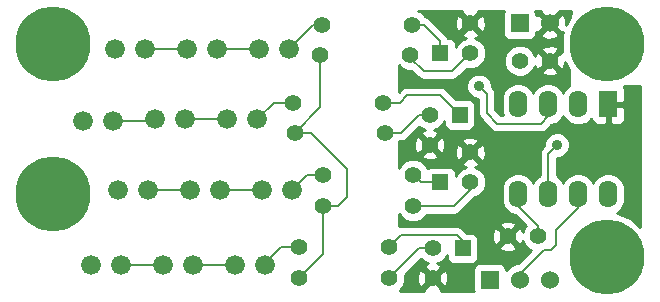
<source format=gbl>
G04 (created by PCBNEW-RS274X (2011-05-25)-stable) date Wed 26 Dec 2012 09:03:40 PM EST*
G01*
G70*
G90*
%MOIN*%
G04 Gerber Fmt 3.4, Leading zero omitted, Abs format*
%FSLAX34Y34*%
G04 APERTURE LIST*
%ADD10C,0.006000*%
%ADD11C,0.250000*%
%ADD12R,0.055000X0.055000*%
%ADD13C,0.055000*%
%ADD14R,0.062000X0.090000*%
%ADD15O,0.062000X0.090000*%
%ADD16R,0.060000X0.060000*%
%ADD17C,0.060000*%
%ADD18C,0.066000*%
%ADD19C,0.035000*%
%ADD20C,0.008000*%
%ADD21C,0.010000*%
G04 APERTURE END LIST*
G54D10*
G54D11*
X64250Y-32400D03*
X64250Y-27400D03*
X82700Y-27400D03*
X82700Y-34500D03*
G54D12*
X77900Y-34200D03*
G54D13*
X76900Y-34200D03*
X76900Y-35200D03*
G54D12*
X77150Y-32000D03*
G54D13*
X78150Y-32000D03*
X78150Y-31000D03*
G54D12*
X77800Y-29750D03*
G54D13*
X76800Y-29750D03*
X76800Y-30750D03*
G54D12*
X77150Y-27700D03*
G54D13*
X78150Y-27700D03*
X78150Y-26700D03*
X80400Y-33800D03*
X79400Y-33800D03*
X79800Y-27950D03*
X80800Y-27950D03*
G54D14*
X82750Y-29400D03*
G54D15*
X81750Y-29400D03*
X80750Y-29400D03*
X79750Y-29400D03*
X79750Y-32400D03*
X80750Y-32400D03*
X81750Y-32400D03*
X82750Y-32400D03*
G54D16*
X79800Y-26700D03*
G54D17*
X80800Y-26700D03*
G54D16*
X78800Y-35250D03*
G54D17*
X79800Y-35250D03*
X80800Y-35250D03*
G54D13*
X76150Y-27750D03*
X73150Y-27750D03*
X75300Y-30350D03*
X72300Y-30350D03*
X76250Y-32800D03*
X73250Y-32800D03*
X75450Y-35200D03*
X72450Y-35200D03*
X73200Y-26750D03*
X76200Y-26750D03*
X72250Y-29350D03*
X75250Y-29350D03*
X73250Y-31750D03*
X76250Y-31750D03*
X72450Y-34150D03*
X75450Y-34150D03*
G54D18*
X66400Y-32250D03*
X67400Y-32250D03*
X70300Y-34750D03*
X71300Y-34750D03*
X67900Y-34750D03*
X68900Y-34750D03*
X65500Y-34750D03*
X66500Y-34750D03*
X71200Y-32250D03*
X72200Y-32250D03*
X68800Y-32250D03*
X69800Y-32250D03*
X70050Y-29900D03*
X71050Y-29900D03*
X67650Y-29900D03*
X68650Y-29900D03*
X65250Y-29950D03*
X66250Y-29950D03*
X71100Y-27550D03*
X72100Y-27550D03*
X68700Y-27550D03*
X69700Y-27550D03*
X66300Y-27550D03*
X67300Y-27550D03*
G54D19*
X78450Y-28800D03*
X81050Y-30750D03*
G54D20*
X67400Y-32250D02*
X68800Y-32250D01*
X66500Y-34750D02*
X67900Y-34750D01*
X68900Y-34750D02*
X70300Y-34750D01*
X71300Y-34750D02*
X71300Y-34700D01*
X71850Y-34150D02*
X72450Y-34150D01*
X71300Y-34700D02*
X71850Y-34150D01*
X72250Y-29350D02*
X71600Y-29350D01*
X71600Y-29350D02*
X71050Y-29900D01*
X68650Y-29900D02*
X70050Y-29900D01*
X66250Y-29950D02*
X67600Y-29950D01*
X67600Y-29950D02*
X67650Y-29900D01*
X76250Y-32800D02*
X77600Y-32800D01*
X78150Y-32250D02*
X78150Y-32000D01*
X77600Y-32800D02*
X78150Y-32250D01*
X76150Y-27750D02*
X76150Y-27850D01*
X77550Y-28300D02*
X78150Y-27700D01*
X76600Y-28300D02*
X77550Y-28300D01*
X76150Y-27850D02*
X76600Y-28300D01*
X69800Y-32250D02*
X71200Y-32250D01*
X73250Y-31750D02*
X72700Y-31750D01*
X72700Y-31750D02*
X72200Y-32250D01*
X80400Y-33800D02*
X80400Y-33450D01*
X79750Y-32800D02*
X79750Y-32400D01*
X80400Y-33450D02*
X79750Y-32800D01*
X80750Y-29400D02*
X80750Y-29800D01*
X78700Y-29050D02*
X78450Y-28800D01*
X78700Y-29700D02*
X78700Y-29050D01*
X79050Y-30050D02*
X78700Y-29700D01*
X80500Y-30050D02*
X79050Y-30050D01*
X80750Y-29800D02*
X80500Y-30050D01*
X73250Y-32800D02*
X73250Y-34400D01*
X73250Y-34400D02*
X72450Y-35200D01*
X73250Y-32800D02*
X73750Y-32800D01*
X72850Y-30350D02*
X72300Y-30350D01*
X74050Y-31550D02*
X72850Y-30350D01*
X74050Y-32500D02*
X74050Y-31550D01*
X73750Y-32800D02*
X74050Y-32500D01*
X73150Y-27750D02*
X73150Y-29500D01*
X73150Y-29500D02*
X72300Y-30350D01*
X79800Y-35250D02*
X79800Y-35050D01*
X81750Y-32850D02*
X81750Y-32400D01*
X81000Y-33600D02*
X81750Y-32850D01*
X81000Y-34100D02*
X81000Y-33600D01*
X80850Y-34250D02*
X81000Y-34100D01*
X80600Y-34250D02*
X80850Y-34250D01*
X79800Y-35050D02*
X80600Y-34250D01*
X77900Y-34200D02*
X77900Y-33950D01*
X75850Y-33750D02*
X75450Y-34150D01*
X77700Y-33750D02*
X75850Y-33750D01*
X77900Y-33950D02*
X77700Y-33750D01*
X67300Y-27550D02*
X68700Y-27550D01*
X69700Y-27550D02*
X71100Y-27550D01*
X73200Y-26750D02*
X72900Y-26750D01*
X72900Y-26750D02*
X72100Y-27550D01*
X76900Y-34200D02*
X76450Y-34200D01*
X76450Y-34200D02*
X75450Y-35200D01*
X77150Y-32000D02*
X76500Y-32000D01*
X76500Y-32000D02*
X76250Y-31750D01*
X76800Y-29750D02*
X76450Y-29750D01*
X75850Y-30350D02*
X75300Y-30350D01*
X76450Y-29750D02*
X75850Y-30350D01*
X75250Y-29350D02*
X75800Y-29350D01*
X77150Y-29100D02*
X77800Y-29750D01*
X76050Y-29100D02*
X77150Y-29100D01*
X75800Y-29350D02*
X76050Y-29100D01*
X76200Y-26750D02*
X76600Y-26750D01*
X77150Y-27300D02*
X77150Y-27700D01*
X76600Y-26750D02*
X77150Y-27300D01*
X80750Y-31050D02*
X80750Y-32400D01*
X81050Y-30750D02*
X80750Y-31050D01*
G54D10*
G36*
X83825Y-33504D02*
X83551Y-33229D01*
X83310Y-33129D01*
X83310Y-29512D01*
X83248Y-29450D01*
X82800Y-29450D01*
X82800Y-30038D01*
X82862Y-30100D01*
X83109Y-30099D01*
X83201Y-30061D01*
X83271Y-29991D01*
X83309Y-29900D01*
X83309Y-29801D01*
X83310Y-29512D01*
X83310Y-33129D01*
X83051Y-33022D01*
X83061Y-33018D01*
X83215Y-32864D01*
X83299Y-32662D01*
X83299Y-32444D01*
X83299Y-32138D01*
X83215Y-31936D01*
X83061Y-31782D01*
X82859Y-31698D01*
X82641Y-31698D01*
X82439Y-31782D01*
X82285Y-31936D01*
X82250Y-32020D01*
X82215Y-31936D01*
X82061Y-31782D01*
X81859Y-31698D01*
X81641Y-31698D01*
X81439Y-31782D01*
X81285Y-31936D01*
X81250Y-32020D01*
X81215Y-31936D01*
X81061Y-31782D01*
X81040Y-31773D01*
X81040Y-31175D01*
X81134Y-31175D01*
X81290Y-31111D01*
X81410Y-30991D01*
X81475Y-30835D01*
X81475Y-30666D01*
X81411Y-30510D01*
X81291Y-30390D01*
X81135Y-30325D01*
X80966Y-30325D01*
X80810Y-30389D01*
X80690Y-30509D01*
X80625Y-30665D01*
X80625Y-30765D01*
X80545Y-30845D01*
X80482Y-30939D01*
X80460Y-31050D01*
X80460Y-31773D01*
X80439Y-31782D01*
X80285Y-31936D01*
X80250Y-32020D01*
X80215Y-31936D01*
X80061Y-31782D01*
X79859Y-31698D01*
X79641Y-31698D01*
X79439Y-31782D01*
X79285Y-31936D01*
X79201Y-32138D01*
X79201Y-32356D01*
X79201Y-32662D01*
X79285Y-32864D01*
X79439Y-33018D01*
X79641Y-33102D01*
X79642Y-33102D01*
X79998Y-33458D01*
X79955Y-33502D01*
X79896Y-33642D01*
X79852Y-33533D01*
X79761Y-33510D01*
X79690Y-33581D01*
X79690Y-33439D01*
X79667Y-33348D01*
X79474Y-33281D01*
X79270Y-33292D01*
X79133Y-33348D01*
X79110Y-33439D01*
X79400Y-33729D01*
X79690Y-33439D01*
X79690Y-33581D01*
X79471Y-33800D01*
X79761Y-34090D01*
X79852Y-34067D01*
X79893Y-33948D01*
X79955Y-34097D01*
X80102Y-34245D01*
X80167Y-34272D01*
X79739Y-34701D01*
X79691Y-34701D01*
X79690Y-34701D01*
X79690Y-34161D01*
X79400Y-33871D01*
X79329Y-33942D01*
X79329Y-33800D01*
X79039Y-33510D01*
X78948Y-33533D01*
X78881Y-33726D01*
X78892Y-33930D01*
X78948Y-34067D01*
X79039Y-34090D01*
X79329Y-33800D01*
X79329Y-33942D01*
X79110Y-34161D01*
X79133Y-34252D01*
X79326Y-34319D01*
X79530Y-34308D01*
X79667Y-34252D01*
X79690Y-34161D01*
X79690Y-34701D01*
X79489Y-34785D01*
X79349Y-34925D01*
X79349Y-34901D01*
X79311Y-34809D01*
X79241Y-34739D01*
X79150Y-34701D01*
X79051Y-34701D01*
X78451Y-34701D01*
X78359Y-34739D01*
X78289Y-34809D01*
X78251Y-34900D01*
X78251Y-34999D01*
X78251Y-35599D01*
X78261Y-35625D01*
X77419Y-35625D01*
X77419Y-35274D01*
X77408Y-35070D01*
X77352Y-34933D01*
X77261Y-34910D01*
X76971Y-35200D01*
X77261Y-35490D01*
X77352Y-35467D01*
X77419Y-35274D01*
X77419Y-35625D01*
X77173Y-35625D01*
X77190Y-35561D01*
X76900Y-35271D01*
X76829Y-35342D01*
X76829Y-35200D01*
X76539Y-34910D01*
X76448Y-34933D01*
X76381Y-35126D01*
X76392Y-35330D01*
X76448Y-35467D01*
X76539Y-35490D01*
X76829Y-35200D01*
X76829Y-35342D01*
X76610Y-35561D01*
X76626Y-35625D01*
X75798Y-35625D01*
X75798Y-35593D01*
X75895Y-35498D01*
X75975Y-35305D01*
X75975Y-35096D01*
X75971Y-35088D01*
X76508Y-34551D01*
X76602Y-34645D01*
X76742Y-34703D01*
X76633Y-34748D01*
X76610Y-34839D01*
X76900Y-35129D01*
X77190Y-34839D01*
X77167Y-34748D01*
X77048Y-34706D01*
X77197Y-34645D01*
X77345Y-34498D01*
X77376Y-34423D01*
X77376Y-34524D01*
X77414Y-34616D01*
X77484Y-34686D01*
X77575Y-34724D01*
X77674Y-34724D01*
X78224Y-34724D01*
X78316Y-34686D01*
X78386Y-34616D01*
X78424Y-34525D01*
X78424Y-34426D01*
X78424Y-33876D01*
X78386Y-33784D01*
X78316Y-33714D01*
X78225Y-33676D01*
X78126Y-33676D01*
X78036Y-33676D01*
X77905Y-33545D01*
X77811Y-33482D01*
X77700Y-33460D01*
X75850Y-33460D01*
X75787Y-33472D01*
X75785Y-33050D01*
X75805Y-33097D01*
X75952Y-33245D01*
X76145Y-33325D01*
X76354Y-33325D01*
X76547Y-33245D01*
X76695Y-33098D01*
X76698Y-33090D01*
X77600Y-33090D01*
X77711Y-33068D01*
X77805Y-33005D01*
X78306Y-32503D01*
X78447Y-32445D01*
X78595Y-32298D01*
X78675Y-32105D01*
X78675Y-31896D01*
X78669Y-31881D01*
X78669Y-31074D01*
X78658Y-30870D01*
X78602Y-30733D01*
X78511Y-30710D01*
X78440Y-30781D01*
X78440Y-30639D01*
X78417Y-30548D01*
X78224Y-30481D01*
X78020Y-30492D01*
X77883Y-30548D01*
X77860Y-30639D01*
X78150Y-30929D01*
X78440Y-30639D01*
X78440Y-30781D01*
X78221Y-31000D01*
X78511Y-31290D01*
X78602Y-31267D01*
X78669Y-31074D01*
X78669Y-31881D01*
X78595Y-31703D01*
X78448Y-31555D01*
X78307Y-31496D01*
X78417Y-31452D01*
X78440Y-31361D01*
X78150Y-31071D01*
X78079Y-31142D01*
X78079Y-31000D01*
X77789Y-30710D01*
X77698Y-30733D01*
X77631Y-30926D01*
X77642Y-31130D01*
X77698Y-31267D01*
X77789Y-31290D01*
X78079Y-31000D01*
X78079Y-31142D01*
X77860Y-31361D01*
X77883Y-31452D01*
X78001Y-31493D01*
X77853Y-31555D01*
X77705Y-31702D01*
X77674Y-31776D01*
X77674Y-31676D01*
X77636Y-31584D01*
X77566Y-31514D01*
X77475Y-31476D01*
X77376Y-31476D01*
X77319Y-31476D01*
X77319Y-30824D01*
X77308Y-30620D01*
X77252Y-30483D01*
X77161Y-30460D01*
X76871Y-30750D01*
X77161Y-31040D01*
X77252Y-31017D01*
X77319Y-30824D01*
X77319Y-31476D01*
X77090Y-31476D01*
X77090Y-31111D01*
X76800Y-30821D01*
X76729Y-30892D01*
X76729Y-30750D01*
X76439Y-30460D01*
X76348Y-30483D01*
X76281Y-30676D01*
X76292Y-30880D01*
X76348Y-31017D01*
X76439Y-31040D01*
X76729Y-30750D01*
X76729Y-30892D01*
X76510Y-31111D01*
X76533Y-31202D01*
X76726Y-31269D01*
X76930Y-31258D01*
X77067Y-31202D01*
X77090Y-31111D01*
X77090Y-31476D01*
X76826Y-31476D01*
X76734Y-31514D01*
X76724Y-31523D01*
X76695Y-31453D01*
X76548Y-31305D01*
X76355Y-31225D01*
X76146Y-31225D01*
X75953Y-31305D01*
X75805Y-31452D01*
X75778Y-31517D01*
X75773Y-30640D01*
X75850Y-30640D01*
X75961Y-30618D01*
X76055Y-30555D01*
X76458Y-30151D01*
X76502Y-30195D01*
X76642Y-30253D01*
X76533Y-30298D01*
X76510Y-30389D01*
X76800Y-30679D01*
X77090Y-30389D01*
X77067Y-30298D01*
X76948Y-30256D01*
X77097Y-30195D01*
X77245Y-30048D01*
X77276Y-29973D01*
X77276Y-30074D01*
X77314Y-30166D01*
X77384Y-30236D01*
X77475Y-30274D01*
X77574Y-30274D01*
X78124Y-30274D01*
X78216Y-30236D01*
X78286Y-30166D01*
X78324Y-30075D01*
X78324Y-29976D01*
X78324Y-29426D01*
X78286Y-29334D01*
X78216Y-29264D01*
X78125Y-29226D01*
X78026Y-29226D01*
X77686Y-29226D01*
X77355Y-28895D01*
X77261Y-28832D01*
X77150Y-28810D01*
X76050Y-28810D01*
X75939Y-28832D01*
X75845Y-28895D01*
X75765Y-28974D01*
X75760Y-28103D01*
X75852Y-28195D01*
X76045Y-28275D01*
X76165Y-28275D01*
X76395Y-28505D01*
X76489Y-28568D01*
X76600Y-28590D01*
X77550Y-28590D01*
X77661Y-28568D01*
X77755Y-28505D01*
X78037Y-28222D01*
X78045Y-28225D01*
X78254Y-28225D01*
X78447Y-28145D01*
X78595Y-27998D01*
X78675Y-27805D01*
X78675Y-27596D01*
X78669Y-27581D01*
X78669Y-26774D01*
X78658Y-26570D01*
X78602Y-26433D01*
X78511Y-26410D01*
X78221Y-26700D01*
X78511Y-26990D01*
X78602Y-26967D01*
X78669Y-26774D01*
X78669Y-27581D01*
X78595Y-27403D01*
X78448Y-27255D01*
X78307Y-27196D01*
X78417Y-27152D01*
X78440Y-27061D01*
X78150Y-26771D01*
X78079Y-26842D01*
X78079Y-26700D01*
X77789Y-26410D01*
X77698Y-26433D01*
X77631Y-26626D01*
X77642Y-26830D01*
X77698Y-26967D01*
X77789Y-26990D01*
X78079Y-26700D01*
X78079Y-26842D01*
X77860Y-27061D01*
X77883Y-27152D01*
X78001Y-27193D01*
X77853Y-27255D01*
X77705Y-27402D01*
X77674Y-27476D01*
X77674Y-27376D01*
X77636Y-27284D01*
X77566Y-27214D01*
X77475Y-27176D01*
X77409Y-27176D01*
X77355Y-27095D01*
X77354Y-27094D01*
X76805Y-26545D01*
X76711Y-26482D01*
X76652Y-26470D01*
X76645Y-26453D01*
X76498Y-26305D01*
X76425Y-26275D01*
X77876Y-26275D01*
X77860Y-26339D01*
X78150Y-26629D01*
X78440Y-26339D01*
X78423Y-26275D01*
X79282Y-26275D01*
X79251Y-26350D01*
X79251Y-26449D01*
X79251Y-27049D01*
X79289Y-27141D01*
X79359Y-27211D01*
X79450Y-27249D01*
X79549Y-27249D01*
X80149Y-27249D01*
X80241Y-27211D01*
X80311Y-27141D01*
X80349Y-27050D01*
X80349Y-26987D01*
X80422Y-27008D01*
X80729Y-26700D01*
X80422Y-26392D01*
X80349Y-26412D01*
X80349Y-26351D01*
X80317Y-26275D01*
X80505Y-26275D01*
X80492Y-26322D01*
X80800Y-26629D01*
X81108Y-26322D01*
X81094Y-26275D01*
X81494Y-26275D01*
X81490Y-26488D01*
X81429Y-26549D01*
X81341Y-26759D01*
X81332Y-26566D01*
X81272Y-26419D01*
X81178Y-26392D01*
X80871Y-26700D01*
X81178Y-27008D01*
X81247Y-26988D01*
X81201Y-27100D01*
X81200Y-27669D01*
X81161Y-27660D01*
X81108Y-27713D01*
X81108Y-27078D01*
X80800Y-26771D01*
X80492Y-27078D01*
X80519Y-27172D01*
X80721Y-27243D01*
X80934Y-27232D01*
X81081Y-27172D01*
X81108Y-27078D01*
X81108Y-27713D01*
X81090Y-27731D01*
X81090Y-27589D01*
X81067Y-27498D01*
X80874Y-27431D01*
X80670Y-27442D01*
X80533Y-27498D01*
X80510Y-27589D01*
X80800Y-27879D01*
X81090Y-27589D01*
X81090Y-27731D01*
X80871Y-27950D01*
X81161Y-28240D01*
X81252Y-28217D01*
X81319Y-28024D01*
X81316Y-27978D01*
X81428Y-28248D01*
X81458Y-28278D01*
X81449Y-28777D01*
X81439Y-28782D01*
X81285Y-28936D01*
X81250Y-29020D01*
X81215Y-28936D01*
X81090Y-28811D01*
X81090Y-28311D01*
X80800Y-28021D01*
X80729Y-28092D01*
X80729Y-27950D01*
X80439Y-27660D01*
X80348Y-27683D01*
X80306Y-27801D01*
X80245Y-27653D01*
X80098Y-27505D01*
X79905Y-27425D01*
X79696Y-27425D01*
X79503Y-27505D01*
X79355Y-27652D01*
X79275Y-27845D01*
X79275Y-28054D01*
X79355Y-28247D01*
X79502Y-28395D01*
X79695Y-28475D01*
X79904Y-28475D01*
X80097Y-28395D01*
X80245Y-28248D01*
X80303Y-28107D01*
X80348Y-28217D01*
X80439Y-28240D01*
X80729Y-27950D01*
X80729Y-28092D01*
X80510Y-28311D01*
X80533Y-28402D01*
X80726Y-28469D01*
X80930Y-28458D01*
X81067Y-28402D01*
X81090Y-28311D01*
X81090Y-28811D01*
X81061Y-28782D01*
X80859Y-28698D01*
X80641Y-28698D01*
X80439Y-28782D01*
X80285Y-28936D01*
X80250Y-29020D01*
X80215Y-28936D01*
X80061Y-28782D01*
X79859Y-28698D01*
X79641Y-28698D01*
X79439Y-28782D01*
X79285Y-28936D01*
X79201Y-29138D01*
X79201Y-29356D01*
X79201Y-29662D01*
X79241Y-29760D01*
X79170Y-29760D01*
X78990Y-29580D01*
X78990Y-29050D01*
X78968Y-28939D01*
X78905Y-28845D01*
X78875Y-28815D01*
X78875Y-28716D01*
X78811Y-28560D01*
X78691Y-28440D01*
X78535Y-28375D01*
X78366Y-28375D01*
X78210Y-28439D01*
X78090Y-28559D01*
X78025Y-28715D01*
X78025Y-28884D01*
X78089Y-29040D01*
X78209Y-29160D01*
X78365Y-29225D01*
X78410Y-29225D01*
X78410Y-29700D01*
X78432Y-29811D01*
X78495Y-29905D01*
X78844Y-30254D01*
X78845Y-30255D01*
X78938Y-30317D01*
X78939Y-30318D01*
X79049Y-30339D01*
X79050Y-30340D01*
X80500Y-30340D01*
X80611Y-30318D01*
X80705Y-30255D01*
X80858Y-30102D01*
X80859Y-30102D01*
X81061Y-30018D01*
X81215Y-29864D01*
X81250Y-29779D01*
X81285Y-29864D01*
X81439Y-30018D01*
X81641Y-30102D01*
X81859Y-30102D01*
X82061Y-30018D01*
X82191Y-29888D01*
X82191Y-29900D01*
X82229Y-29991D01*
X82299Y-30061D01*
X82391Y-30099D01*
X82638Y-30100D01*
X82700Y-30038D01*
X82700Y-29500D01*
X82700Y-29450D01*
X82700Y-29350D01*
X82800Y-29350D01*
X82850Y-29350D01*
X83248Y-29350D01*
X83310Y-29288D01*
X83309Y-28999D01*
X83309Y-28900D01*
X83271Y-28809D01*
X83262Y-28800D01*
X83825Y-28800D01*
X83825Y-33504D01*
X83825Y-33504D01*
G37*
G54D21*
X83825Y-33504D02*
X83551Y-33229D01*
X83310Y-33129D01*
X83310Y-29512D01*
X83248Y-29450D01*
X82800Y-29450D01*
X82800Y-30038D01*
X82862Y-30100D01*
X83109Y-30099D01*
X83201Y-30061D01*
X83271Y-29991D01*
X83309Y-29900D01*
X83309Y-29801D01*
X83310Y-29512D01*
X83310Y-33129D01*
X83051Y-33022D01*
X83061Y-33018D01*
X83215Y-32864D01*
X83299Y-32662D01*
X83299Y-32444D01*
X83299Y-32138D01*
X83215Y-31936D01*
X83061Y-31782D01*
X82859Y-31698D01*
X82641Y-31698D01*
X82439Y-31782D01*
X82285Y-31936D01*
X82250Y-32020D01*
X82215Y-31936D01*
X82061Y-31782D01*
X81859Y-31698D01*
X81641Y-31698D01*
X81439Y-31782D01*
X81285Y-31936D01*
X81250Y-32020D01*
X81215Y-31936D01*
X81061Y-31782D01*
X81040Y-31773D01*
X81040Y-31175D01*
X81134Y-31175D01*
X81290Y-31111D01*
X81410Y-30991D01*
X81475Y-30835D01*
X81475Y-30666D01*
X81411Y-30510D01*
X81291Y-30390D01*
X81135Y-30325D01*
X80966Y-30325D01*
X80810Y-30389D01*
X80690Y-30509D01*
X80625Y-30665D01*
X80625Y-30765D01*
X80545Y-30845D01*
X80482Y-30939D01*
X80460Y-31050D01*
X80460Y-31773D01*
X80439Y-31782D01*
X80285Y-31936D01*
X80250Y-32020D01*
X80215Y-31936D01*
X80061Y-31782D01*
X79859Y-31698D01*
X79641Y-31698D01*
X79439Y-31782D01*
X79285Y-31936D01*
X79201Y-32138D01*
X79201Y-32356D01*
X79201Y-32662D01*
X79285Y-32864D01*
X79439Y-33018D01*
X79641Y-33102D01*
X79642Y-33102D01*
X79998Y-33458D01*
X79955Y-33502D01*
X79896Y-33642D01*
X79852Y-33533D01*
X79761Y-33510D01*
X79690Y-33581D01*
X79690Y-33439D01*
X79667Y-33348D01*
X79474Y-33281D01*
X79270Y-33292D01*
X79133Y-33348D01*
X79110Y-33439D01*
X79400Y-33729D01*
X79690Y-33439D01*
X79690Y-33581D01*
X79471Y-33800D01*
X79761Y-34090D01*
X79852Y-34067D01*
X79893Y-33948D01*
X79955Y-34097D01*
X80102Y-34245D01*
X80167Y-34272D01*
X79739Y-34701D01*
X79691Y-34701D01*
X79690Y-34701D01*
X79690Y-34161D01*
X79400Y-33871D01*
X79329Y-33942D01*
X79329Y-33800D01*
X79039Y-33510D01*
X78948Y-33533D01*
X78881Y-33726D01*
X78892Y-33930D01*
X78948Y-34067D01*
X79039Y-34090D01*
X79329Y-33800D01*
X79329Y-33942D01*
X79110Y-34161D01*
X79133Y-34252D01*
X79326Y-34319D01*
X79530Y-34308D01*
X79667Y-34252D01*
X79690Y-34161D01*
X79690Y-34701D01*
X79489Y-34785D01*
X79349Y-34925D01*
X79349Y-34901D01*
X79311Y-34809D01*
X79241Y-34739D01*
X79150Y-34701D01*
X79051Y-34701D01*
X78451Y-34701D01*
X78359Y-34739D01*
X78289Y-34809D01*
X78251Y-34900D01*
X78251Y-34999D01*
X78251Y-35599D01*
X78261Y-35625D01*
X77419Y-35625D01*
X77419Y-35274D01*
X77408Y-35070D01*
X77352Y-34933D01*
X77261Y-34910D01*
X76971Y-35200D01*
X77261Y-35490D01*
X77352Y-35467D01*
X77419Y-35274D01*
X77419Y-35625D01*
X77173Y-35625D01*
X77190Y-35561D01*
X76900Y-35271D01*
X76829Y-35342D01*
X76829Y-35200D01*
X76539Y-34910D01*
X76448Y-34933D01*
X76381Y-35126D01*
X76392Y-35330D01*
X76448Y-35467D01*
X76539Y-35490D01*
X76829Y-35200D01*
X76829Y-35342D01*
X76610Y-35561D01*
X76626Y-35625D01*
X75798Y-35625D01*
X75798Y-35593D01*
X75895Y-35498D01*
X75975Y-35305D01*
X75975Y-35096D01*
X75971Y-35088D01*
X76508Y-34551D01*
X76602Y-34645D01*
X76742Y-34703D01*
X76633Y-34748D01*
X76610Y-34839D01*
X76900Y-35129D01*
X77190Y-34839D01*
X77167Y-34748D01*
X77048Y-34706D01*
X77197Y-34645D01*
X77345Y-34498D01*
X77376Y-34423D01*
X77376Y-34524D01*
X77414Y-34616D01*
X77484Y-34686D01*
X77575Y-34724D01*
X77674Y-34724D01*
X78224Y-34724D01*
X78316Y-34686D01*
X78386Y-34616D01*
X78424Y-34525D01*
X78424Y-34426D01*
X78424Y-33876D01*
X78386Y-33784D01*
X78316Y-33714D01*
X78225Y-33676D01*
X78126Y-33676D01*
X78036Y-33676D01*
X77905Y-33545D01*
X77811Y-33482D01*
X77700Y-33460D01*
X75850Y-33460D01*
X75787Y-33472D01*
X75785Y-33050D01*
X75805Y-33097D01*
X75952Y-33245D01*
X76145Y-33325D01*
X76354Y-33325D01*
X76547Y-33245D01*
X76695Y-33098D01*
X76698Y-33090D01*
X77600Y-33090D01*
X77711Y-33068D01*
X77805Y-33005D01*
X78306Y-32503D01*
X78447Y-32445D01*
X78595Y-32298D01*
X78675Y-32105D01*
X78675Y-31896D01*
X78669Y-31881D01*
X78669Y-31074D01*
X78658Y-30870D01*
X78602Y-30733D01*
X78511Y-30710D01*
X78440Y-30781D01*
X78440Y-30639D01*
X78417Y-30548D01*
X78224Y-30481D01*
X78020Y-30492D01*
X77883Y-30548D01*
X77860Y-30639D01*
X78150Y-30929D01*
X78440Y-30639D01*
X78440Y-30781D01*
X78221Y-31000D01*
X78511Y-31290D01*
X78602Y-31267D01*
X78669Y-31074D01*
X78669Y-31881D01*
X78595Y-31703D01*
X78448Y-31555D01*
X78307Y-31496D01*
X78417Y-31452D01*
X78440Y-31361D01*
X78150Y-31071D01*
X78079Y-31142D01*
X78079Y-31000D01*
X77789Y-30710D01*
X77698Y-30733D01*
X77631Y-30926D01*
X77642Y-31130D01*
X77698Y-31267D01*
X77789Y-31290D01*
X78079Y-31000D01*
X78079Y-31142D01*
X77860Y-31361D01*
X77883Y-31452D01*
X78001Y-31493D01*
X77853Y-31555D01*
X77705Y-31702D01*
X77674Y-31776D01*
X77674Y-31676D01*
X77636Y-31584D01*
X77566Y-31514D01*
X77475Y-31476D01*
X77376Y-31476D01*
X77319Y-31476D01*
X77319Y-30824D01*
X77308Y-30620D01*
X77252Y-30483D01*
X77161Y-30460D01*
X76871Y-30750D01*
X77161Y-31040D01*
X77252Y-31017D01*
X77319Y-30824D01*
X77319Y-31476D01*
X77090Y-31476D01*
X77090Y-31111D01*
X76800Y-30821D01*
X76729Y-30892D01*
X76729Y-30750D01*
X76439Y-30460D01*
X76348Y-30483D01*
X76281Y-30676D01*
X76292Y-30880D01*
X76348Y-31017D01*
X76439Y-31040D01*
X76729Y-30750D01*
X76729Y-30892D01*
X76510Y-31111D01*
X76533Y-31202D01*
X76726Y-31269D01*
X76930Y-31258D01*
X77067Y-31202D01*
X77090Y-31111D01*
X77090Y-31476D01*
X76826Y-31476D01*
X76734Y-31514D01*
X76724Y-31523D01*
X76695Y-31453D01*
X76548Y-31305D01*
X76355Y-31225D01*
X76146Y-31225D01*
X75953Y-31305D01*
X75805Y-31452D01*
X75778Y-31517D01*
X75773Y-30640D01*
X75850Y-30640D01*
X75961Y-30618D01*
X76055Y-30555D01*
X76458Y-30151D01*
X76502Y-30195D01*
X76642Y-30253D01*
X76533Y-30298D01*
X76510Y-30389D01*
X76800Y-30679D01*
X77090Y-30389D01*
X77067Y-30298D01*
X76948Y-30256D01*
X77097Y-30195D01*
X77245Y-30048D01*
X77276Y-29973D01*
X77276Y-30074D01*
X77314Y-30166D01*
X77384Y-30236D01*
X77475Y-30274D01*
X77574Y-30274D01*
X78124Y-30274D01*
X78216Y-30236D01*
X78286Y-30166D01*
X78324Y-30075D01*
X78324Y-29976D01*
X78324Y-29426D01*
X78286Y-29334D01*
X78216Y-29264D01*
X78125Y-29226D01*
X78026Y-29226D01*
X77686Y-29226D01*
X77355Y-28895D01*
X77261Y-28832D01*
X77150Y-28810D01*
X76050Y-28810D01*
X75939Y-28832D01*
X75845Y-28895D01*
X75765Y-28974D01*
X75760Y-28103D01*
X75852Y-28195D01*
X76045Y-28275D01*
X76165Y-28275D01*
X76395Y-28505D01*
X76489Y-28568D01*
X76600Y-28590D01*
X77550Y-28590D01*
X77661Y-28568D01*
X77755Y-28505D01*
X78037Y-28222D01*
X78045Y-28225D01*
X78254Y-28225D01*
X78447Y-28145D01*
X78595Y-27998D01*
X78675Y-27805D01*
X78675Y-27596D01*
X78669Y-27581D01*
X78669Y-26774D01*
X78658Y-26570D01*
X78602Y-26433D01*
X78511Y-26410D01*
X78221Y-26700D01*
X78511Y-26990D01*
X78602Y-26967D01*
X78669Y-26774D01*
X78669Y-27581D01*
X78595Y-27403D01*
X78448Y-27255D01*
X78307Y-27196D01*
X78417Y-27152D01*
X78440Y-27061D01*
X78150Y-26771D01*
X78079Y-26842D01*
X78079Y-26700D01*
X77789Y-26410D01*
X77698Y-26433D01*
X77631Y-26626D01*
X77642Y-26830D01*
X77698Y-26967D01*
X77789Y-26990D01*
X78079Y-26700D01*
X78079Y-26842D01*
X77860Y-27061D01*
X77883Y-27152D01*
X78001Y-27193D01*
X77853Y-27255D01*
X77705Y-27402D01*
X77674Y-27476D01*
X77674Y-27376D01*
X77636Y-27284D01*
X77566Y-27214D01*
X77475Y-27176D01*
X77409Y-27176D01*
X77355Y-27095D01*
X77354Y-27094D01*
X76805Y-26545D01*
X76711Y-26482D01*
X76652Y-26470D01*
X76645Y-26453D01*
X76498Y-26305D01*
X76425Y-26275D01*
X77876Y-26275D01*
X77860Y-26339D01*
X78150Y-26629D01*
X78440Y-26339D01*
X78423Y-26275D01*
X79282Y-26275D01*
X79251Y-26350D01*
X79251Y-26449D01*
X79251Y-27049D01*
X79289Y-27141D01*
X79359Y-27211D01*
X79450Y-27249D01*
X79549Y-27249D01*
X80149Y-27249D01*
X80241Y-27211D01*
X80311Y-27141D01*
X80349Y-27050D01*
X80349Y-26987D01*
X80422Y-27008D01*
X80729Y-26700D01*
X80422Y-26392D01*
X80349Y-26412D01*
X80349Y-26351D01*
X80317Y-26275D01*
X80505Y-26275D01*
X80492Y-26322D01*
X80800Y-26629D01*
X81108Y-26322D01*
X81094Y-26275D01*
X81494Y-26275D01*
X81490Y-26488D01*
X81429Y-26549D01*
X81341Y-26759D01*
X81332Y-26566D01*
X81272Y-26419D01*
X81178Y-26392D01*
X80871Y-26700D01*
X81178Y-27008D01*
X81247Y-26988D01*
X81201Y-27100D01*
X81200Y-27669D01*
X81161Y-27660D01*
X81108Y-27713D01*
X81108Y-27078D01*
X80800Y-26771D01*
X80492Y-27078D01*
X80519Y-27172D01*
X80721Y-27243D01*
X80934Y-27232D01*
X81081Y-27172D01*
X81108Y-27078D01*
X81108Y-27713D01*
X81090Y-27731D01*
X81090Y-27589D01*
X81067Y-27498D01*
X80874Y-27431D01*
X80670Y-27442D01*
X80533Y-27498D01*
X80510Y-27589D01*
X80800Y-27879D01*
X81090Y-27589D01*
X81090Y-27731D01*
X80871Y-27950D01*
X81161Y-28240D01*
X81252Y-28217D01*
X81319Y-28024D01*
X81316Y-27978D01*
X81428Y-28248D01*
X81458Y-28278D01*
X81449Y-28777D01*
X81439Y-28782D01*
X81285Y-28936D01*
X81250Y-29020D01*
X81215Y-28936D01*
X81090Y-28811D01*
X81090Y-28311D01*
X80800Y-28021D01*
X80729Y-28092D01*
X80729Y-27950D01*
X80439Y-27660D01*
X80348Y-27683D01*
X80306Y-27801D01*
X80245Y-27653D01*
X80098Y-27505D01*
X79905Y-27425D01*
X79696Y-27425D01*
X79503Y-27505D01*
X79355Y-27652D01*
X79275Y-27845D01*
X79275Y-28054D01*
X79355Y-28247D01*
X79502Y-28395D01*
X79695Y-28475D01*
X79904Y-28475D01*
X80097Y-28395D01*
X80245Y-28248D01*
X80303Y-28107D01*
X80348Y-28217D01*
X80439Y-28240D01*
X80729Y-27950D01*
X80729Y-28092D01*
X80510Y-28311D01*
X80533Y-28402D01*
X80726Y-28469D01*
X80930Y-28458D01*
X81067Y-28402D01*
X81090Y-28311D01*
X81090Y-28811D01*
X81061Y-28782D01*
X80859Y-28698D01*
X80641Y-28698D01*
X80439Y-28782D01*
X80285Y-28936D01*
X80250Y-29020D01*
X80215Y-28936D01*
X80061Y-28782D01*
X79859Y-28698D01*
X79641Y-28698D01*
X79439Y-28782D01*
X79285Y-28936D01*
X79201Y-29138D01*
X79201Y-29356D01*
X79201Y-29662D01*
X79241Y-29760D01*
X79170Y-29760D01*
X78990Y-29580D01*
X78990Y-29050D01*
X78968Y-28939D01*
X78905Y-28845D01*
X78875Y-28815D01*
X78875Y-28716D01*
X78811Y-28560D01*
X78691Y-28440D01*
X78535Y-28375D01*
X78366Y-28375D01*
X78210Y-28439D01*
X78090Y-28559D01*
X78025Y-28715D01*
X78025Y-28884D01*
X78089Y-29040D01*
X78209Y-29160D01*
X78365Y-29225D01*
X78410Y-29225D01*
X78410Y-29700D01*
X78432Y-29811D01*
X78495Y-29905D01*
X78844Y-30254D01*
X78845Y-30255D01*
X78938Y-30317D01*
X78939Y-30318D01*
X79049Y-30339D01*
X79050Y-30340D01*
X80500Y-30340D01*
X80611Y-30318D01*
X80705Y-30255D01*
X80858Y-30102D01*
X80859Y-30102D01*
X81061Y-30018D01*
X81215Y-29864D01*
X81250Y-29779D01*
X81285Y-29864D01*
X81439Y-30018D01*
X81641Y-30102D01*
X81859Y-30102D01*
X82061Y-30018D01*
X82191Y-29888D01*
X82191Y-29900D01*
X82229Y-29991D01*
X82299Y-30061D01*
X82391Y-30099D01*
X82638Y-30100D01*
X82700Y-30038D01*
X82700Y-29500D01*
X82700Y-29450D01*
X82700Y-29350D01*
X82800Y-29350D01*
X82850Y-29350D01*
X83248Y-29350D01*
X83310Y-29288D01*
X83309Y-28999D01*
X83309Y-28900D01*
X83271Y-28809D01*
X83262Y-28800D01*
X83825Y-28800D01*
X83825Y-33504D01*
M02*

</source>
